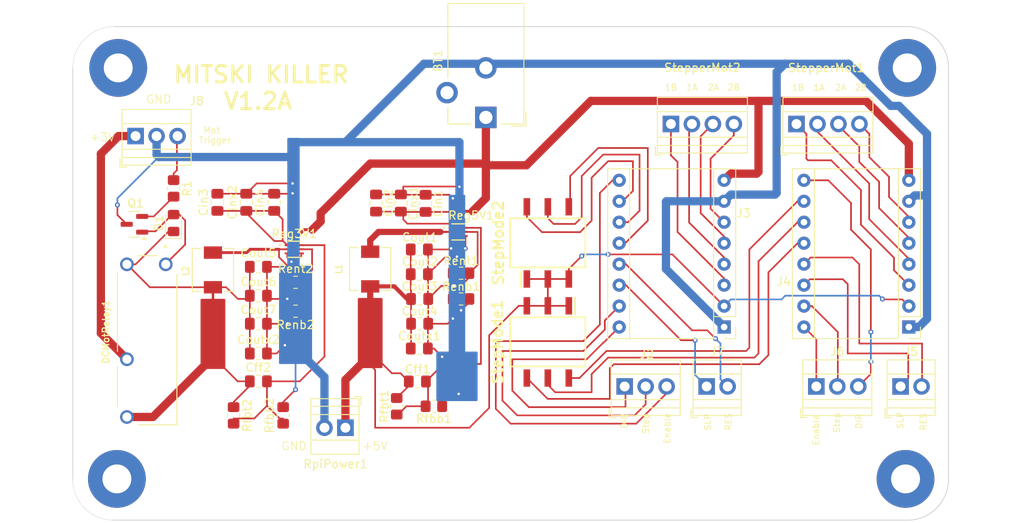
<source format=kicad_pcb>
(kicad_pcb (version 20240108) (generator "pcbnew") (generator_version "8.0")
  (layers (0 "F.Cu" signal) (31 "B.Cu" signal) (34 "B.Paste" user) (35 "F.Paste" user) (36 "B.SilkS" user "B.Silkscreen") (37 "F.SilkS" user "F.Silkscreen") (38 "B.Mask" user) (39 "F.Mask" user) (44 "Edge.Cuts" user))
  (net 0 "")
  (net 1 "GND")
  (net 2 "+12V")
  (net 3 "Net-(Reg5V1-FB)")
  (net 4 "Net-(Reg5V1-EN)")
  (net 5 "+5V")
  (net 6 "+3V")
  (net 7 "Net-(Reg3V1-FB)")
  (net 8 "Net-(Reg3V1-EN)")
  (net 9 "RPIO GPIO 17")
  (net 10 "RPIO GPIO 18")
  (net 11 "Net-(Reg5V1-SW)")
  (net 12 "Net-(Reg3V1-SW)")
  (net 13 "Net-(D1-A)")
  (net 14 "RPIO GPIO 24")
  (net 15 "RPIO GPIO 22")
  (net 16 "RPIO GPIO 23")
  (net 17 "RPIO GPIO 19")
  (net 18 "Net-(DCMotor1-+)")
  (net 19 "RPI GPIO 21")
  (net 20 "Net-(J3-MS3)")
  (net 21 "Net-(J3-1A)")
  (net 22 "Net-(J3-2A)")
  (net 23 "Net-(J3-~{SLEEP})")
  (net 24 "Net-(J3-MS1)")
  (net 25 "Net-(J3-~{RESET})")
  (net 26 "Net-(J3-2B)")
  (net 27 "Net-(J3-MS2)")
  (net 28 "Net-(J3-1B)")
  (net 29 "Net-(J4-MS3)")
  (net 30 "Net-(J4-2A)")
  (net 31 "Net-(J4-~{RESET})")
  (net 32 "Net-(J4-~{SLEEP})")
  (net 33 "Net-(J4-MS2)")
  (net 34 "Net-(J4-1A)")
  (net 35 "Net-(J4-MS1)")
  (net 36 "Net-(J4-1B)")
  (net 37 "Net-(J4-2B)")
  (net 38 "Net-(Q1-B)")
  (footprint "Capacitor_SMD:C_0805_2012Metric_Pad1.18x1.45mm_HandSolder" (layer "F.Cu") (at 101.4625 76.98)
    (property "Reference" "Cff2")
    (property "Value" "56pF")
  )
  (footprint "Capacitor_SMD:C_0805_2012Metric_Pad1.18x1.45mm_HandSolder" (layer "F.Cu") (at 96.5 55.2875 90)
    (property "Reference" "Cin3")
    (property "Value" "10uF")
  )
  (footprint "TerminalBlock:TerminalBlock_Xinya_XY308-2.54-2P_1x02_P2.54mm_Horizontal" (layer "F.Cu") (at 112 82.6 180)
    (property "Reference" "RpiPower1")
    (property "Value" "Conn_01x02")
  )
  (footprint "Connector_BarrelJack:BarrelJack_CUI_PJ-102AH_Horizontal" (layer "F.Cu") (at 129 45 180)
    (property "Reference" "BT1")
    (property "Value" "Battery")
  )
  (footprint "Capacitor_SMD:C_0805_2012Metric_Pad1.18x1.45mm_HandSolder" (layer "F.Cu") (at 120.7075 77)
    (property "Reference" "Cff1")
    (property "Value" "33pF")
  )
  (footprint "Resistor_SMD:R_0805_2012Metric_Pad1.20x1.40mm_HandSolder" (layer "F.Cu") (at 105.9625 64.98)
    (property "Reference" "Rent2")
    (property "Value" "100kOhm")
  )
  (footprint "Capacitor_SMD:C_0805_2012Metric_Pad1.18x1.45mm_HandSolder" (layer "F.Cu") (at 120.94375 61)
    (property "Reference" "Cout1")
    (property "Value" "22uF")
  )
  (footprint "TerminalBlock:TerminalBlock_Xinya_XY308-2.54-4P_1x04_P2.54mm_Horizontal" (layer "F.Cu") (at 166.6 45.8)
    (property "Reference" "StepperMot1")
    (property "Value" "Conn_01x04")
  )
  (footprint "CustomLibrary:SOT5x3_DRL_TEX" (layer "F.Cu") (at 125.6491 58.874999)
    (property "Reference" "Reg5V1")
    (property "Value" "TPS566242DRLR")
  )
  (footprint "CustomLibrary:IND_SPM5030T-2R2M-HZ" (layer "F.Cu") (at 95.9625 63.48 -90)
    (property "Reference" "L2")
    (property "Value" "SPM5030T-2R2M-HZ")
  )
  (footprint "Capacitor_SMD:C_0805_2012Metric_Pad1.18x1.45mm_HandSolder" (layer "F.Cu") (at 118.7075 55.375 90)
    (property "Reference" "Cinx1")
    (property "Value" "100nF")
  )
  (footprint "TerminalBlock:TerminalBlock_Xinya_XY308-2.54-2P_1x02_P2.54mm_Horizontal" (layer "F.Cu") (at 179.2 77.6)
    (property "Reference" "J5")
    (property "Value" "Conn_01x02")
  )
  (footprint "Resistor_SMD:R_0805_2012Metric_Pad1.20x1.40mm_HandSolder" (layer "F.Cu") (at 105.9625 68.48 180)
    (property "Reference" "Renb2")
    (property "Value" "15.8kOhm")
  )
  (footprint "DipSwitch-3Pin-219-3MST:SOP254P991X385-6N" (layer "F.Cu") (at 136.5 60.205 90)
    (property "Reference" "StepMode2")
    (property "Value" "219-3MST" (hide yes))
  )
  (footprint "Module:Pololu_Breakout-16_15.2x20.3mm" (layer "F.Cu") (at 180.2 70.4 180)
    (property "Reference" "J4")
    (property "Value" "Pololu_Breakout_A4988")
  )
  (footprint "TerminalBlock:TerminalBlock_Xinya_XY308-2.54-2P_1x02_P2.54mm_Horizontal" (layer "F.Cu") (at 155.725 77.6)
    (property "Reference" "J7")
    (property "Value" "Conn_01x02")
  )
  (footprint "Diode_SMD:D_0805_2012Metric_Pad1.15x1.40mm_HandSolder" (layer "F.Cu") (at 91.2 57.8 90)
    (property "Reference" "D1")
    (property "Value" "1N4001")
  )
  (footprint "Resistor_SMD:R_0805_2012Metric_Pad1.20x1.40mm_HandSolder" (layer "F.Cu") (at 126 63.875)
    (property "Reference" "Rent1")
    (property "Value" "100kOhm")
  )
  (footprint "Capacitor_SMD:C_0805_2012Metric_Pad1.18x1.45mm_HandSolder" (layer "F.Cu") (at 101.4625 70)
    (property "Reference" "Cout7")
    (property "Value" "22uF")
  )
  (footprint "Resistor_SMD:R_0805_2012Metric_Pad1.20x1.40mm_HandSolder" (layer "F.Cu") (at 91.2 53.6 -90)
    (property "Reference" "R1")
    (property "Value" "R_US")
  )
  (footprint "Resistor_SMD:R_0805_2012Metric_Pad1.20x1.40mm_HandSolder" (layer "F.Cu") (at 126 67)
    (property "Reference" "Renb1")
    (property "Value" "15.8kOhm")
  )
  (footprint "Resistor_SMD:R_0805_2012Metric_Pad1.20x1.40mm_HandSolder" (layer "F.Cu") (at 98.4625 81.105 -90)
    (property "Reference" "Rfbt2")
    (property "Value" "120kOhm")
  )
  (footprint "Capacitor_SMD:C_0805_2012Metric_Pad1.18x1.45mm_HandSolder" (layer "F.Cu") (at 100 55.2875 90)
    (property "Reference" "Cinx2")
    (property "Value" "100nF")
  )
  (footprint "Capacitor_SMD:C_0805_2012Metric_Pad1.18x1.45mm_HandSolder" (layer "F.Cu") (at 120.94375 64)
    (property "Reference" "Cout2")
    (property "Value" "22uF")
  )
  (footprint "Resistor_SMD:R_0805_2012Metric_Pad1.20x1.40mm_HandSolder" (layer "F.Cu") (at 104.4625 81.105 90)
    (property "Reference" "Rfbb2")
    (property "Value" "30kOhm")
  )
  (footprint "Module:Pololu_Breakout-16_15.2x20.3mm" (layer "F.Cu") (at 157.84 70.4 180)
    (property "Reference" "J3")
    (property "Value" "Pololu_Breakout_A4988")
  )
  (footprint "CustomLibrary:IND_SPM5030T-2R2M-HZ" (layer "F.Cu") (at 115 63.375 -90)
    (property "Reference" "L1")
    (property "Value" "SPM5030T-2R2M-HZ")
  )
  (footprint "Capacitor_SMD:C_0805_2012Metric_Pad1.18x1.45mm_HandSolder" (layer "F.Cu") (at 103.375 55.2875 90)
    (property "Reference" "Cin4")
    (property "Value" "10uF")
  )
  (footprint "DipSwitch-3Pin-219-3MST:SOP254P991X385-6N" (layer "F.Cu") (at 136.5 72.205 -90)
    (property "Reference" "StepMode1")
    (property "Value" "219-3MST" (hide yes))
  )
  (footprint "CustomLibrary:SOT5x3_DRL_TEX" (layer "F.Cu") (at 105.8134 60.98)
    (property "Reference" "Reg3V1")
    (property "Value" "TPS566242DRLR")
  )
  (footprint "Capacitor_SMD:C_0805_2012Metric_Pad1.18x1.45mm_HandSolder" (layer "F.Cu") (at 120.98125 70)
    (property "Reference" "Cout4")
    (property "Value" "22uF")
  )
  (footprint "TerminalBlock:TerminalBlock_Xinya_XY308-2.54-4P_1x04_P2.54mm_Horizontal" (layer "F.Cu") (at 151.4 45.8)
    (property "Reference" "StepperMot2")
    (property "Value" "Conn_01x04")
  )
  (footprint "Capacitor_SMD:C_0805_2012Metric_Pad1.18x1.45mm_HandSolder" (layer "F.Cu") (at 115.7075 55.375 90)
    (property "Reference" "Cin2")
    (property "Value" "10uF")
  )
  (footprint "Package_TO_SOT_SMD:SOT-23" (layer "F.Cu") (at 86.4625 57.95 180)
    (property "Reference" "Q1")
    (property "Value" "MMBT2222A")
  )
  (footprint "Capacitor_SMD:C_0805_2012Metric_Pad1.18x1.45mm_HandSolder" (layer "F.Cu") (at 101.4625 73.605)
    (property "Reference" "Coutx2")
    (property "Value" "100nF")
  )
  (footprint "MountingHole:MountingHole_3.5mm_Pad_TopBottom" (layer "F.Cu") (at 84.335534 88.8)
    (property "Reference" "REF**" (hide yes))
    (property "Value" "MountingHole_3.5mm_Pad_TopBottom")
  )
  (footprint "MountingHole:MountingHole_3.5mm_Pad_TopBottom" (layer "F.Cu") (at 84.5 39)
    (property "Reference" "REF**" (hide yes))
    (property "Value" "MountingHole_3.5mm_Pad_TopBottom")
  )
  (footprint "Capacitor_SMD:C_0805_2012Metric_Pad1.18x1.45mm_HandSolder" (layer "F.Cu") (at 120.98125 67)
    (property "Reference" "Cout3")
    (property "Value" "22uF")
  )
  (footprint "Capacitor_SMD:C_0805_2012Metric_Pad1.18x1.45mm_HandSolder" (layer "F.Cu") (at 101.4625 63.105)
    (property "Reference" "Cout5")
    (property "Value" "22uF")
  )
  (footprint "Capacitor_SMD:C_0805_2012Metric_Pad1.18x1.45mm_HandSolder" (layer "F.Cu") (at 120.94375 73)
    (property "Reference" "Coutx1")
    (property "Value" "100nF")
  )
  (footprint "TerminalBlock:TerminalBlock_Xinya_XY308-2.54-3P_1x03_P2.54mm_Horizontal" (layer "F.Cu") (at 86.6 47.26)
    (property "Reference" "J8")
    (property "Value" "Conn_01x03")
  )
  (footprint "Capacitor_SMD:C_0805_2012Metric_Pad1.18x1.45mm_HandSolder" (layer "F.Cu") (at 121.7075 55.4125 90)
    (property "Reference" "Cin1")
    (property "Value" "10uF")
  )
  (footprint "TerminalBlock:TerminalBlock_Xinya_XY308-2.54-3P_1x03_P2.54mm_Horizontal" (layer "F.Cu") (at 169 77.6)
    (property "Reference" "J6")
    (property "Value" "Conn_01x03")
  )
  (footprint "MountingHole:MountingHole_3.5mm_Pad_TopBottom" (layer "F.Cu") (at 180 39)
    (property "Reference" "REF**" (hide yes))
    (property "Value" "MountingHole_3.5mm_Pad_TopBottom")
  )
  (footprint "Capacitor_SMD:C_0805_2012Metric_Pad1.18x1.45mm_HandSolder" (layer "F.Cu") (at 101.4625 66.605)
    (property "Reference" "Cout6")
    (property "Value" "22uF")
  )
  (footprint "TerminalBlock:TerminalBlock_Xinya_XY308-2.54-3P_1x03_P2.54mm_Horizontal" (layer "F.Cu") (at 145.8 77.6)
    (property "Reference" "J2")
    (property "Value" "Conn_01x03")
  )
  (footprint "ALDP105W:RELAY_ALDP105W" (layer "F.Cu") (at 88 72 -90)
    (property "Reference" "DCMotRelay1")
    (property "Value" "ALDP105W")
  )
  (footprint "Resistor_SMD:R_0805_2012Metric_Pad1.20x1.40mm_HandSolder" (layer "F.Cu") (at 122.7075 80)
    (property "Reference" "Rfbb1")
    (property "Value" "30kOhm")
  )
  (footprint "Resistor_SMD:R_0805_2012Metric_Pad1.20x1.40mm_HandSolder" (layer "F.Cu") (at 118.2075 80 -90)
    (property "Reference" "Rfbt1")
    (property "Value" "220kOhm")
  )
  (footprint "MountingHole:MountingHole_3.5mm_Pad_TopBottom" (layer "F.Cu") (at 179.8 88.8)
    (property "Reference" "REF**" (hide yes))
    (property "Value" "MountingHole_3.5mm_Pad_TopBottom")
  )
  (gr_arc (start 180 34) (mid 183.535534 35.464466) (end 185 39) (stroke (width 0.1)) (layer "Edge.Cuts"))
  (gr_line (start 185 39) (end 185 88.864466) (stroke (width 0.1)) (layer "Edge.Cuts"))
  (gr_arc (start 79 39) (mid 80.464466 35.464466) (end 84 34) (stroke (width 0.05)) (layer "Edge.Cuts"))
  (gr_line (start 84 34) (end 180 34) (stroke (width 0.1)) (layer "Edge.Cuts"))
  (gr_line (start 79 88.8) (end 79 39) (stroke (width 0.1)) (layer "Edge.Cuts"))
  (gr_arc (start 185 88.864466) (mid 183.522183 92.367767) (end 180 93.8) (stroke (width 0.1)) (layer "Edge.Cuts"))
  (gr_arc (start 83.8 93.8) (mid 80.364466 92.294113) (end 79 88.8) (stroke (width 0.05)) (layer "Edge.Cuts"))
  (gr_line (start 180 93.8) (end 83.8 93.8) (stroke (width 0.1)) (layer "Edge.Cuts"))
  (gr_text "2A" (at 171.19 41.82 0) (layer "F.SilkS") (effects (font (size 0.75 0.75) (thickness 0.1)) (justify left bottom)))
  (gr_text "SLP" (at 156.3 83 90) (layer "F.SilkS") (effects (font (size 0.75 0.75) (thickness 0.1)) (justify left bottom)))
  (gr_text "DIR" (at 146.2 82.8 90) (layer "F.SilkS") (effects (font (size 0.75 0.75) (thickness 0.1)) (justify left bottom)))
  (gr_text "+5V" (at 114 85.4 0) (layer "F.SilkS") (effects (font (size 1 1) (thickness 0.1)) (justify left bottom)))
  (gr_text "Enable" (at 169.4 84.8 90) (layer "F.SilkS") (effects (font (size 0.75 0.75) (thickness 0.1)) (justify left bottom)))
  (gr_text "Step\n" (at 171.9 83.3 90) (layer "F.SilkS") (effects (font (size 0.75 0.75) (thickness 0.1)) (justify left bottom)))
  (gr_text "RES" (at 158.8 83 90) (layer "F.SilkS") (effects (font (size 0.75 0.75) (thickness 0.1)) (justify left bottom)))
  (gr_text "1A\n" (at 168.59 41.82 0) (layer "F.SilkS") (effects (font (size 0.75 0.75) (thickness 0.1)) (justify left bottom)))
  (gr_text "1B" (at 150.6 41.8 0) (layer "F.SilkS") (effects (font (size 0.75 0.75) (thickness 0.1)) (justify left bottom)))
  (gr_text "Step\n" (at 148.8 83.4 90) (layer "F.SilkS") (effects (font (size 0.75 0.75) (thickness 0.1)) (justify left bottom)))
  (gr_text "1B" (at 165.99 41.82 0) (layer "F.SilkS") (effects (font (size 0.75 0.75) (thickness 0.1)) (justify left bottom)))
  (gr_text "RES" (at 182.4 83 90) (layer "F.SilkS") (effects (font (size 0.75 0.75) (thickness 0.1)) (justify left bottom)))
  (gr_text "GND" (at 87.8 43.4 0) (layer "F.SilkS") (effects (font (size 1 1) (thickness 0.1)) (justify left bottom)))
  (gr_text "DIR" (at 174.6 82.8 90) (layer "F.SilkS") (effects (font (size 0.75 0.75) (thickness 0.1)) (justify left bottom)))
  (gr_text "GND" (at 104.2 85.4 0) (layer "F.SilkS") (effects (font (size 1 1) (thickness 0.1)) (justify left bottom)))
  (gr_text "2B\n" (at 158.2 41.8 0) (layer "F.SilkS") (effects (font (size 0.75 0.75) (thickness 0.1)) (justify left bottom)))
  (gr_text "1A\n" (at 153.2 41.8 0) (layer "F.SilkS") (effects (font (size 0.75 0.75) (thickness 0.1)) (justify left bottom)))
  (gr_text "+3V" (at 81 48 0) (layer "F.SilkS") (effects (font (size 1 1) (thickness 0.1)) (justify left bottom)))
  (gr_text "Enable" (at 151.4 84.6 90) (layer "F.SilkS") (effects (font (size 0.75 0.75) (thickness 0.1)) (justify left bottom)))
  (gr_text "2B\n" (at 173.59 41.82 0) (layer "F.SilkS") (effects (font (size 0.75 0.75) (thickness 0.1)) (justify left bottom)))
  (gr_text " Mot \nTrigger" (at 94.2 48.2 0) (layer "F.SilkS") (effects (font (size 0.75 0.75) (thickness 0.1)) (justify left bottom)))
  (gr_text "MITSKI KILLER \n    V1.2A" (at 91 44.2 0) (layer "F.SilkS") (effects (font (size 2 2) (thickness 0.35) (bold yes)) (justify left bottom)))
  (gr_text "2A" (at 155.8 41.8 0) (layer "F.SilkS") (effects (font (size 0.75 0.75) (thickness 0.1)) (justify left bottom)))
  (gr_text "SLP" (at 179.6 82.8 90) (layer "F.SilkS") (effects (font (size 0.75 0.75) (thickness 0.1)) (justify left bottom)))
  (segment (start 121.98125 73) (end 122.7075 73) (width 0.2) (layer "F.Cu") (net 1))
  (segment (start 126.5 59.374998) (end 126.5 60.875) (width 0.25) (layer "F.Cu") (net 1))
  (segment (start 119 54.3375) (end 119.4625 54.3375) (width 0.2) (layer "F.Cu") (net 1))
  (segment (start 103.67 73.605) (end 104.67 72.605) (width 0.2) (layer "F.Cu") (net 1))
  (segment (start 124.7982 60.875) (end 124.7982 59.374998) (width 0.25) (layer "F.Cu") (net 1))
  (segment (start 104.9625 61.98) (end 105.4625 62.48) (width 0.2) (layer "F.Cu") (net 1))
  (segment (start 97 54.25) (end 100 54.25) (width 0.2) (layer "F.Cu") (net 1))
  (segment (start 104.9625 61.479999) (end 104.9625 61.98) (width 0.2) (layer "F.Cu") (net 1))
  (segment (start 104.9425 70) (end 104.9625 69.98) (width 0.2) (layer "F.Cu") (net 1))
  (segment (start 104.9525 66.99) (end 104.9625 66.98) (width 0.2) (layer "F.Cu") (net 1))
  (segment (start 102.5 63.105) (end 102.5 66.99) (width 0.2) (layer "F.Cu") (net 1))
  (segment (start 102.5 66.99) (end 102.5 70) (width 0.2) (layer "F.Cu") (net 1))
  (segment (start 122.01875 67.5) (end 122.01875 70) (width 0.2) (layer "F.Cu") (net 1))
  (segment (start 124.375 70) (end 125 69.375) (width 0.2) (layer "F.Cu") (net 1))
  (segment (start 122.7075 73) (end 123.7075 74) (width 0.2) (layer "F.Cu") (net 1))
  (segment (start 125.5 61.875) (end 124.10625 61.875) (width 0.2) (layer "F.Cu") (net 1))
  (segment (start 121.98125 70.0375) (end 122.01875 70) (width 0.2) (layer "F.Cu") (net 1))
  (segment (start 102.5 73.605) (end 103.67 73.605) (width 0.2) (layer "F.Cu") (net 1))
  (segment (start 119.5 54.375) (end 121.5 54.375) (width 0.2) (layer "F.Cu") (net 1))
  (segment (start 122.01875 70) (end 124.375 70) (width 0.2) (layer "F.Cu") (net 1))
  (segment (start 116.49 54.3375) (end 119 54.3375) (width 0.2) (layer "F.Cu") (net 1))
  (segment (start 103.375 54.25) (end 105.55 54.25) (width 0.2) (layer "F.Cu") (net 1))
  (segment (start 124.10625 61.875) (end 121.98125 64) (width 0.2) (layer "F.Cu") (net 1))
  (segment (start 124.375 78.5) (end 123.7075 79.1675) (width 0.2) (layer "F.Cu") (net 1))
  (segment (start 125 54.8) (end 124.575 54.375) (width 0.2) (layer "F.Cu") (net 1))
  (segment (start 102.5 70) (end 104.9425 70) (width 0.2) (layer "F.Cu") (net 1))
  (segment (start 121.98125 72.5) (end 121.98125 70.0375) (width 0.2) (layer "F.Cu") (net 1))
  (segment (start 121.98125 61) (end 121.98125 64) (width 0.2) (layer "F.Cu") (net 1))
  (segment (start 119.4625 54.3375) (end 119.5 54.375) (width 0.2) (layer "F.Cu") (net 1))
  (segment (start 104.3625 63.29989) (end 104.16761 63.105) (width 0.2) (layer "F.Cu") (net 1))
  (segment (start 121.98125 66.9625) (end 122.01875 67) (width 0.2) (layer "F.Cu") (net 1))
  (segment (start 106.6643 61.7782) (end 106.6643 61.479999) (width 0.2) (layer "F.Cu") (net 1))
  (segment (start 121.98125 64) (end 121.98125 66.9625) (width 0.2) (layer "F.Cu") (net 1))
  (segment (start 125.7075 78.5) (end 124.375 78.5) (width 0.2) (layer "F.Cu") (net 1))
  (segment (start 104.16761 63.105) (end 102.5 63.105) (width 0.2) (layer "F.Cu") (net 1))
  (segment (start 121.98125 64) (end 121.98125 67.4625) (width 0.2) (layer "F.Cu") (net 1))
  (segment (start 105.55 54.25) (end 105.6 54.2) (width 0.2) (layer "F.Cu") (net 1))
  (segment (start 104.9625 67.98) (end 104.9625 66.98) (width 0.2) (layer "F.Cu") (net 1))
  (segment (start 104.4625 79.48) (end 105.9625 77.98) (width 0.2) (layer "F.Cu") (net 1))
  (segment (start 84.4 55.6) (end 84.4 56.825) (width 0.2) (layer "F.Cu") (net 1))
  (segment (start 125.775 53.375) (end 119 53.375) (width 0.2) (layer "F.Cu") (net 1))
  (segment (start 119 53.375) (end 119 54.3375) (width 0.2) (layer "F.Cu") (net 1))
  (segment (start 122.01875 67) (end 123.609265 65.409485) (width 0.2) (layer "F.Cu") (net 1))
  (segment (start 105.9625 62.48) (end 105.4625 62.48) (width 0.2) (layer "F.Cu") (net 1))
  (segment (start 123.609265 65.409485) (end 125.116985 65.409485) (width 0.2) (layer "F.Cu") (net 1))
  (segment (start 102.5 73.01) (end 102.5 70) (width 0.2) (layer "F.Cu") (net 1))
  (segment (start 102.5 66.99) (end 104.9525 66.99) (width 0.2) (layer "F.Cu") (net 1))
  (segment (start 121.98125 61) (end 124.6732 61) (width 0.2) (layer "F.Cu") (net 1))
  (segment (start 123.7075 79.1675) (end 123.7075 80) (width 0.2) (layer "F.Cu") (net 1))
  (segment (start 125.8 53.4) (end 125.775 53.375) (width 0.2) (layer "F.Cu") (net 1))
  (segment (start 127 67.375) (end 126 68.375) (width 0.2) (layer "F.Cu") (net 1))
  (segment (start 101.25 53) (end 101.6 53) (width 0.2) (layer "F.Cu") (net 1))
  (segment (start 103.375 54.25) (end 100 54.25) (width 0.2) (layer "F.Cu") (net 1))
  (segment (start 124.6732 61) (end 124.7982 60.875) (width 0.2) (layer "F.Cu") (net 1))
  (segment (start 121.98125 67.4625) (end 122.01875 67.5) (width 0.2) (layer "F.Cu") (net 1))
  (segment (start 105.9625 62.48) (end 106.6643 61.7782) (width 0.2) (layer "F.Cu") (net 1))
  (segment (start 127 66.375) (end 127 67.375) (width 0.2) (layer "F.Cu") (net 1))
  (segment (start 100 54.25) (end 101.25 53) (width 0.2) (layer "F.Cu") (net 1))
  (segment (start 124.575 54.375) (end 121.7075 54.375) (width 0.2) (layer "F.Cu") (net 1))
  (segment (start 84.4 56.825) (end 85.525 57.95) (width 0.2) (layer "F.Cu") (net 1))
  (segment (start 101.6 53) (end 105.6 53) (width 0.2) (layer "F.Cu") (net 1))
  (via (at 123.7075 74) (size 0.6) (drill 0.3) (layers "F.Cu" "B.Cu") (net 1))
  (via (at 84.4 55.6) (size 0.6) (drill 0.3) (layers "F.Cu" "B.Cu") (net 1))
  (via (at 124.7982 60.875) (size 0.6) (drill 0.3) (layers "F.Cu" "B.Cu") (net 1))
  (via (at 125.116985 65.409485) (size 0.6) (drill 0.3) (layers "F.Cu" "B.Cu") (net 1))
  (via (at 125 54.8) (size 0.6) (drill 0.3) (layers "F.Cu" "B.Cu") (net 1))
  (via (at 105.9625 77.98) (size 0.6) (drill 0.3) (layers "F.Cu" "B.Cu") (net 1))
  (via (at 104.67 72.605) (size 0.6) (drill 0.3) (layers "F.Cu" "B.Cu") (net 1))
  (via (at 126 68.375) (size 0.6) (drill 0.3) (layers "F.Cu" "B.Cu") (net 1))
  (via (at 126.5 60.875) (size 0.6) (drill 0.3) (layers "F.Cu" "B.Cu") (net 1))
  (via (at 105.6 53) (size 0.6) (drill 0.3) (layers "F.Cu" "B.Cu") (net 1))
  (via (at 104.9625 69.98) (size 0.6) (drill 0.3) (layers "F.Cu" "B.Cu") (net 1))
  (via (at 125.5 61.875) (size 0.6) (drill 0.3) (layers "F.Cu" "B.Cu") (net 1))
  (via (at 125.8 53.4) (size 0.6) (drill 0.3) (layers "F.Cu" "B.Cu") (net 1))
  (via (at 105.4625 62.48) (size 0.6) (drill 0.3) (layers "F.Cu" "B.Cu") (net 1))
  (via (at 104.3625 63.29989) (size 0.6) (drill 0.3) (layers "F.Cu" "B.Cu") (net 1))
  (via (at 125.7075 78.5) (size 0.6) (drill 0.3) (layers "F.Cu" "B.Cu") (net 1))
  (via (at 104.9625 66.98) (size 0.6) (drill 0.3) (layers "F.Cu" "B.Cu") (net 1))
  (via (at 105.6 54.2) (size 0.6) (drill 0.3) (layers "F.Cu" "B.Cu") (net 1))
  (via (at 125 69.375) (size 0.6) (drill 0.3) (layers "F.Cu" "B.Cu") (net 1))
  (segment (start 112 48) (end 121.5 38.5) (width 1) (layer "B.Cu") (net 1))
  (segment (start 182.4 47) (end 182.4 69.4) (width 1) (layer "B.Cu") (net 1))
  (segment (start 164.2 39.5) (end 164.2 54.155) (width 1) (layer "B.Cu") (net 1))
  (segment (start 109.46 76.46) (end 107.4 74.4) (width 1) (layer "B.Cu") (net 1))
  (segment (start 164.2 54.155) (end 164 54.355) (width 1) (layer "B.Cu") (net 1))
  (segment (start 157.84 55.16) (end 150.845 55.16) (width 1) (layer "B.Cu") (net 1))
  (segment (start 180.91 54.45) (end 180.2 55.16) (width 1) (layer "B.Cu") (net 1))
  (segment (start 158.645 54.355) (end 157.84 55.16) (width 1) (layer "B.Cu") (net 1))
  (segment (start 89.14 50.06) (end 84.4 54.8) (width 0.2) (layer "B.Cu") (net 1))
  (segment (start 179 43.6) (end 182.4 47) (width 1) (layer "B.Cu") (net 1))
  (segment (start 89.14 49.54) (end 89.4 49.8) (width 1) (layer "B.Cu") (net 1))
  (segment (start 182.4 69.4) (end 181.4 70.4) (width 1) (layer "B.Cu") (net 1))
  (segment (start 165.2 38.5) (end 172.9 38.5) (width 1) (layer "B.Cu") (net 1))
  (segment (start 89.14 47.26) (end 89.14 50.06) (width 0.2) (layer "B.Cu") (net 1))
  (segment (start 121.5 38.5) (end 165.2 38.5) (width 1) (layer "B.Cu") (net 1))
  (segment (start 165.2 38.5) (end 164.2 39.5) (width 1) (layer "B.Cu") (net 1))
  (segment (start 89.4 49.8) (end 105.6 49.8) (width 1) (layer "B.Cu") (net 1))
  (segment (start 172.9 38.5) (end 178 43.6) (width 1) (layer "B.Cu") (net 1))
  (segment (start 164 54.355) (end 158.645 54.355) (width 1) (layer "B.Cu") (net 1))
  (segment (start 112 48) (end 125.8 48) (width 1) (layer "B.Cu") (net 1))
  (segment (start 125.8 48) (end 125.8 55.8) (width 1) (layer "B.Cu") (net 1))
  (segment (start 84.4 54.8) (end 84.4 55.6) (width 0.2) (layer "B.Cu") (net 1))
  (segment (start 150.8 63.36) (end 157.84 70.4) (width 1) (layer "B.Cu") (net 1))
  (segment (start 150.8 55.205) (end 150.8 63.36) (width 1) (layer "B.Cu") (net 1))
  (segment (start 178 43.6) (end 179 43.6) (width 1) (layer "B.Cu") (net 1))
  (segment (start 112 48) (end 105.5 48) (width 1) (layer "B.Cu") (net 1))
  (segment (start 89.14 47.26) (end 89.14 49.54) (width 1) (layer "B.Cu") (net 1))
  (segment (start 105.9625 72.48) (end 105.9625 77.98) (width 0.2) (layer "B.Cu") (net 1))
  (segment (start 109.46 82.6) (end 109.46 76.46) (width 1) (layer "B.Cu") (net 1))
  (segment (start 182.35 54.45) (end 180.91 54.45) (width 1) (layer "B.Cu") (net 1))
  (segment (start 181.4 70.4) (end 180.2 70.4) (width 1) (layer "B.Cu") (net 1))
  (segment (start 150.845 55.16) (end 150.8 55.205) (width 1) (layer "B.Cu") (net 1))
  (segment (start 109 56.6) (end 109 57.6) (width 1) (layer "F.Cu") (net 2))
  (segment (start 121.5 56.45) (end 119.0375 56.45) (width 0.2) (layer "F.Cu") (net 2))
  (segment (start 119.5 57.875) (end 119 57.375) (width 0.2) (layer "F.Cu") (net 2))
  (segment (start 125.3357 57.1357) (end 124.7982 57.6732) (width 0.35) (layer "F.Cu") (net 2))
  (segment (start 107 58.6) (end 108 58.6) (width 0.35) (layer "F.Cu") (net 2))
  (segment (start 161.785 51.815) (end 158.645 51.815) (width 1) (layer "F.Cu") (net 2))
  (segment (start 180.2 52.62) (end 180.2 48.2) (width 1) (layer "F.Cu") (net 2))
  (segment (start 103.3875 59.98) (end 104.4625 59.98) (width 0.2) (layer "F.Cu") (net 2))
  (segment (start 103.375 56.325) (end 100 56.325) (width 0.2) (layer "F.Cu") (net 2))
  (segment (start 105.119999 60.480001) (end 105.4 60.2) (width 0.25) (layer "F.Cu") (net 2))
  (segment (start 100 56.5925) (end 103.3875 59.98) (width 0.2) (layer "F.Cu") (net 2))
  (segment (start 104.9625 60.480001) (end 105.119999 60.480001) (width 0.2) (layer "F.Cu") (net 2))
  (segment (start 119 57.375) (end 119 56.4125) (width 0.2) (layer "F.Cu") (net 2))
  (segment (start 119.0375 56.45) (end 119 56.4125) (width 0.2) (layer "F.Cu") (net 2))
  (segment (start 141.705 43) (end 133.905 50.8) (width 1) (layer "F.Cu") (net 2))
  (segment (start 129 54.775) (end 129 45) (width 1) (layer "F.Cu") (net 2))
  (segment (start 103.375 56.325) (end 104.4 57.35) (width 0.2) (layer "F.Cu") (net 2))
  (segment (start 124.7982 58.375) (end 124.7982 57.6732) (width 0.25) (layer "F.Cu") (net 2))
  (segment (start 124.65 56.45) (end 125.3357 57.1357) (width 0.2) (layer "F.Cu") (net 2))
  (segment (start 100 56.325) (end 100 56.5925) (width 0.2) (layer "F.Cu") (net 2))
  (segment (start 121.7075 56.45) (end 124.65 56.45) (width 0.2) (layer "F.Cu") (net 2))
  (segment (start 180.2 48.2) (end 175 43) (width 1) (layer "F.Cu") (net 2))
  (segment (start 124.5964 57.875) (end 124.7982 57.6732) (width 0.2) (layer "F.Cu") (net 2))
  (segment (start 104.4625 59.98) (end 104.4625 59.980001) (width 0.2) (layer "F.Cu") (net 2))
  (segment (start 109 57.6) (end 108 58.6) (width 1) (layer "F.Cu") (net 2))
  (segment (start 162 51.6) (end 161.785 51.815) (width 1) (layer "F.Cu") (net 2))
  (segment (start 133.905 50.8) (end 129.2 50.8) (width 1) (layer "F.Cu") (net 2))
  (segment (start 127.4 56.375) (end 129 54.775) (width 1) (layer "F.Cu") (net 2))
  (segment (start 104.4 57.35) (end 104.4 59.9175) (width 0.2) (layer "F.Cu") (net 2))
  (segment (start 97 56.325) (end 100 56.325) (width 0.2) (layer "F.Cu") (net 2))
  (segment (start 119.5 57.875) (end 124.5964 57.875) (width 0.2) (layer "F.Cu") (net 2))
  (segment (start 115 50.6) (end 109 56.6) (width 1) (layer "F.Cu") (net 2))
  (segment (start 129 50.6) (end 115 50.6) (width 1) (layer "F.Cu") (net 2))
  (segment (start 104.4 59.9175) (end 104.4625 59.98) (width 0.2) (layer "F.Cu") (net 2))
  (segment (start 126.0964 56.375) (end 125.3357 57.1357) (width 0.35) (layer "F.Cu") (net 2))
  (segment (start 105.4 60.2) (end 107 58.6) (width 0.35) (layer "F.Cu") (net 2))
  (segment (start 175 43) (end 141.705 43) (width 1) (layer "F.Cu") (net 2))
  (segment (start 158.645 51.815) (end 157.84 52.62) (width 1) (layer "F.Cu") (net 2))
  (segment (start 116.49 56.4125) (end 119 56.4125) (width 0.2) (layer "F.Cu") (net 2))
  (segment (start 104.4625 59.980001) (end 104.9625 60.480001) (width 0.2) (layer "F.Cu") (net 2))
  (segment (start 127.4 56.375) (end 126.0964 56.375) (width 0.35) (layer "F.Cu") (net 2))
  (segment (start 162 43) (end 162 51.6) (width 1) (layer "F.Cu") (net 2))
  (segment (start 129.2 50.8) (end 129 50.6) (width 1) (layer "F.Cu") (net 2))
  (segment (start 121.7075 80) (end 122 79.7075) (width 0.2) (layer "F.Cu") (net 3))
  (segment (start 119.375 80) (end 121.7075 80) (width 0.2) (layer "F.Cu") (net 3))
  (segment (start 122 79.7075) (end 122 77.255) (width 0.2) (layer "F.Cu") (net 3))
  (segment (start 118.2075 81) (end 118.375 81) (width 0.2) (layer "F.Cu") (net 3))
  (segment (start 128.4 58.375) (end 128.4 74.875) (width 0.2) (layer "F.Cu") (net 3))
  (segment (start 122 77.255) (end 121.745 77) (width 0.2) (layer "F.Cu") (net 3))
  (segment (start 118.375 81) (end 119.375 80) (width 0.2) (layer "F.Cu") (net 3))
  (segment (start 126.5 58.375) (end 128.4 58.375) (width 0.2) (layer "F.Cu") (net 3))
  (segment (start 128.4 74.875) (end 123.87 74.875) (width 0.2) (layer "F.Cu") (net 3))
  (segment (start 123.87 74.875) (end 121.745 77) (width 0.2) (layer "F.Cu") (net 3))
  (segment (start 128 58.875) (end 127.999999 58.874999) (width 0.2) (layer "F.Cu") (net 4))
  (segment (start 125 66.375) (end 127 64.375) (width 0.2) (layer "F.Cu") (net 4))
  (segment (start 128 62.875) (end 128 58.875) (width 0.2) (layer "F.Cu") (net 4))
  (segment (start 127 63.875) (end 128 62.875) (width 0.2) (layer "F.Cu") (net 4))
  (segment (start 127.999999 58.874999) (end 126.5 58.874999) (width 0.2) (layer "F.Cu") (net 4))
  (segment (start 127 64.375) (end 127 63.875) (width 0.2) (layer "F.Cu") (net 4))
  (segment (start 119.90625 61.35375) (end 119.90625 65) (width 0.2) (layer "F.Cu") (net 5))
  (segment (start 133.96 64.58) (end 136.5 64.58) (width 0.2) (layer "F.Cu") (net 5))
  (segment (start 118.67 76) (end 117.625 76) (width 0.2) (layer "F.Cu") (net 5))
  (segment (start 119.90625 65) (end 119.90625 65.925) (width 0.2) (layer "F.Cu") (net 5))
  (segment (start 127 82.6) (end 115.6 82.6) (width 0.2) (layer "F.Cu") (net 5))
  (segment (start 119.67 77) (end 118.67 76) (width 0.2) (layer "F.Cu") (net 5))
  (segment (start 117.91875 65.475) (end 115 65.475) (width 0.5) (layer "F.Cu") (net 5))
  (segment (start 136.5 64.58) (end 136.5 67.83) (width 0.2) (layer "F.Cu") (net 5))
  (segment (start 119.94375 67.5) (end 117.91875 65.475) (width 0.5) (layer "F.Cu") (net 5))
  (segment (start 179.395 67.055) (end 180.2 67.86) (width 0.2) (layer "F.Cu") (net 5))
  (segment (start 129.4 71.4) (end 129.4 80.2) (width 0.2) (layer "F.Cu") (net 5))
  (segment (start 119.94375 72.4625) (end 119.90625 72.5) (width 0.2) (layer "F.Cu") (net 5))
  (segment (start 119.94375 65.9625) (end 119.94375 67.5) (width 0.2) (layer "F.Cu") (net 5))
  (segment (start 119.94375 67.5) (end 119.48125 67.0375) (width 0.2) (layer "F.Cu") (net 5))
  (segment (start 112 76.8) (end 114 74.8) (width 1) (layer "F.Cu") (net 5))
  (segment (start 119.67 77.5375) (end 119.67 77) (width 0.2) (layer "F.Cu") (net 5))
  (segment (start 115.6 75.6) (end 115 75) (width 0.2) (layer "F.Cu") (net 5))
  (segment (start 119.90625 65.925) (end 119.94375 65.9625) (width 0.2) (layer "F.Cu") (net 5))
  (segment (start 119.48125 67.0375) (end 119.48125 66.39375) (width 0.2) (layer "F.Cu") (net 5))
  (segment (start 139.04 63.36) (end 139.04 64.58) (width 0.2) (layer "F.Cu") (net 5))
  (segment (start 177.055 67.055) (end 179.395 67.055) (width 0.2) (layer "F.Cu") (net 5))
  (segment (start 129.4 80.2) (end 127 82.6) (width 0.2) (layer "F.Cu") (net 5))
  (segment (start 143.8 61.6) (end 151.58 61.6) (width 0.2) (layer "F.Cu") (net 5))
  (segment (start 133.96 67.83) (end 132.97 67.83) (width 0.2) (layer "F.Cu") (net 5))
  (segment (start 117.625 76) (end 115.5 73.875) (width 0.2) (layer "F.Cu") (net 5))
  (segment (start 115.6 82.6) (end 115.6 75.6) (width 0.2) (layer "F.Cu") (net 5))
  (segment (start 112 82.6) (end 112 76.8) (width 1) (layer "F.Cu") (net 5))
  (segment (start 139.04 67.83) (end 136.5 67.83) (width 0.2) (layer "F.Cu") (net 5))
  (segment (start 132.97 67.83) (end 129.4 71.4) (width 0.2) (layer "F.Cu") (net 5))
  (segment (start 151.58 61.6) (end 157.84 67.86) (width 0.2) (layer "F.Cu") (net 5))
  (segment (start 177 67) (end 177.055 67.055) (width 0.2) (layer "F.Cu") (net 5))
  (segment (start 115 65.475) (end 115 67.375) (width 0.75) (layer "F.Cu") (net 5))
  (segment (start 119.94375 67.5) (end 119.94375 70) (width 0.2) (layer "F.Cu") (net 5))
  (segment (start 139.04 64.58) (end 136.5 64.58) (width 0.2) (layer "F.Cu") (net 5))
  (segment (start 140.6 61.8) (end 139.04 63.36) (width 0.2) (layer "F.Cu") (net 5))
  (segment (start 118.2075 79) (end 119.67 77.5375) (width 0.2) (layer "F.Cu") (net 5))
  (segment (start 133.96 67.83) (end 136.5 67.83) (width 0.2) (layer "F.Cu") (net 5))
  (segment (start 119.94375 70) (end 119.94375 72.4625) (width 0.2) (layer "F.Cu") (net 5))
  (via (at 177 67) (size 0.6) (drill 0.3) (layers "F.Cu" "B.Cu") (net 5))
  (via (at 143.8 61.6) (size 0.6) (drill 0.3) (layers "F.Cu" "B.Cu") (net 5))
  (via (at 140.6 61.8) (size 0.6) (drill 0.3) (layers "F.Cu" "B.Cu") (net 5))
  (segment (start 177 67) (end 176.6 66.6) (width 0.2) (layer "B.Cu") (net 5))
  (segment (start 176.6 66.6) (end 165.24 66.6) (width 0.2) (layer "B.Cu") (net 5))
  (segment (start 164.785 67.055) (end 158.645 67.055) (width 0.2) (layer "B.Cu") (net 5))
  (segment (start 140.8 61.6) (end 143.8 61.6) (width 0.2) (layer "B.Cu") (net 5))
  (segment (start 158.645 67.055) (end 157.84 67.86) (width 0.2) (layer "B.Cu") (net 5))
  (segment (start 165.24 66.6) (end 164.785 67.055) (width 0.2) (layer "B.Cu") (net 5))
  (segment (start 140.6 61.8) (end 140.8 61.6) (width 0.2) (layer "B.Cu") (net 5))
  (segment (start 88.33 65.58) (end 85.55 62.8) (width 0.2) (layer "F.Cu") (net 6))
  (segment (start 98.4625 79.48) (end 100.425 77.5175) (width 0.2) (layer "F.Cu") (net 6))
  (segment (start 100.425 66.99) (end 98.9725 66.99) (width 0.2) (layer "F.Cu") (net 6))
  (segment (start 100.425 70) (end 100.425 66.99) (width 0.2) (layer "F.Cu") (net 6))
  (segment (start 88.7 81.3) (end 95.4 74.6) (width 1) (layer "F.Cu") (net 6))
  (segment (start 95.9625 65.58) (end 95.9625 67.48) (width 0.3) (layer "F.Cu") (net 6))
  (segment (start 85.55 62.8) (end 86.6 62.8) (width 0.2) (layer "F.Cu") (net 6))
  (segment (start 98.9725 66.99) (end 97.5625 65.58) (width 0.2) (layer "F.Cu") (net 6))
  (segment (start 90.575 58.825) (end 91.2 58.825) (width 0.2) (layer "F.Cu") (net 6))
  (segment (start 100.425 73.01) (end 100.425 70) (width 0.2) (layer "F.Cu") (net 6))
  (segment (start 95.9625 65.58) (end 88.33 65.58) (width 0.2) (layer "F.Cu") (net 6))
  (segment (start 100.425 76.98) (end 98.9625 76.98) (width 0.2) (layer "F.Cu") (net 6))
  (segment (start 100.425 63.105) (end 100.425 66.99) (width 0.2) (layer "F.Cu") (net 6))
  (segment (start 98.9625 76.98) (end 96.9625 74.98) (width 0.2) (layer "F.Cu") (net 6))
  (segment (start 100.425 77.5175) (end 100.425 76.98) (width 0.2) (layer "F.Cu") (net 6))
  (segment (start 86.6 62.8) (end 90.575 58.825) (width 0.2) (layer "F.Cu") (net 6))
  (segment (start 97.5625 65.58) (end 95.9625 65.58) (width 0.2) (layer "F.Cu") (net 6))
  (segment (start 85.55 81.3) (end 88.7 81.3) (width 1) (layer "F.Cu") (net 6))
  (segment (start 106.6643 60.480001) (end 109.462499 60.480001) (width 0.2) (layer "F.Cu") (net 7))
  (segment (start 100.9625 81.48) (end 98.4625 81.48) (width 0.2) (layer "F.Cu") (net 7))
  (segment (start 101.9625 80.48) (end 100.9625 81.48) (width 0.2) (layer "F.Cu") (net 7))
  (segment (start 109.462499 60.480001) (end 109.4625 60.48) (width 0.2) (layer "F.Cu") (net 7))
  (segment (start 104.4625 81.48) (end 104.0375 81.48) (width 0.2) (layer "F.Cu") (net 7))
  (segment (start 109.4625 73.98) (end 106.4625 76.98) (width 0.2) (layer "F.Cu") (net 7))
  (segment (start 104.0375 81.48) (end 102.5 79.9425) (width 0.2) (layer "F.Cu") (net 7))
  (segment (start 102.5 79.9425) (end 102.5 76.98) (width 0.2) (layer "F.Cu") (net 7))
  (segment (start 106.4625 76.98) (end 102.5 76.98) (width 0.2) (layer "F.Cu") (net 7))
  (segment (start 101.9625 80.48) (end 102.5 79.9425) (width 0.2) (layer "F.Cu") (net 7))
  (segment (start 109.4625 60.48) (end 109.4625 73.98) (width 0.2) (layer "F.Cu") (net 7))
  (segment (start 106.9625 64.48) (end 107.9625 63.48) (width 0.2) (layer "F.Cu") (net 8))
  (segment (start 106.9625 64.98) (end 106.9625 64.48) (width 0.2) (layer "F.Cu") (net 8))
  (segment (start 107.9625 60.98) (end 106.6643 60.98) (width 0.2) (layer "F.Cu") (net 8))
  (segment (start 106.9625 68.48) (end 106.9625 64.98) (width 0.2) (layer "F.Cu") (net 8))
  (segment (start 107.9625 63.48) (end 107.9625 60.98) (width 0.2) (layer "F.Cu") (net 8))
  (segment (start 169 77.6) (end 169 71.9) (width 0.2) (layer "F.Cu") (net 9))
  (segment (start 169 71.9) (end 167.5 70.4) (width 0.2) (layer "F.Cu") (net 9))
  (segment (start 168.46 67.86) (end 167.5 67.86) (width 0.2) (layer "F.Cu") (net 10))
  (segment (start 171.6 71) (end 168.46 67.86) (width 0.2) (layer "F.Cu") (net 10))
  (segment (start 171.6 77.54) (end 171.6 71) (width 0.2) (layer "F.Cu") (net 10))
  (segment (start 171.54 77.6) (end 171.6 77.54) (width 0.2) (layer "F.Cu") (net 10))
  (segment (start 125.5 59.057698) (end 125.317301 58.874999) (width 0.2) (layer "F.Cu") (net 11))
  (segment (start 126.1 61.323529) (end 125.5 60.723529) (width 0.2) (layer "F.Cu") (net 11))
  (segment (start 124.7982 58.874999) (end 123.500001 58.874999) (width 0.25) (layer "F.Cu") (net 11))
  (segment (start 126.1 62.775) (end 126.1 61.323529) (width 0.2) (layer "F.Cu") (net 11))
  (segment (start 116 58.875) (end 123.5 58.875) (width 0.75) (layer "F.Cu") (net 11))
  (segment (start 123.500001 58.874999) (end 123.5 58.875) (width 0.2) (layer "F.Cu") (net 11))
  (segment (start 125.317301 58.874999) (end 124.7982 58.874999) (width 0.2) (layer "F.Cu") (net 11))
  (segment (start 115 59.875) (end 116 58.875) (width 0.75) (layer "F.Cu") (net 11))
  (segment (start 125.5 60.723529) (end 125.5 59.057698) (width 0.2) (layer "F.Cu") (net 11))
  (segment (start 125 63.875) (end 126.1 62.775) (width 0.2) (layer "F.Cu") (net 11))
  (segment (start 115 61.275) (end 115 59.875) (width 0.75) (layer "F.Cu") (net 11))
  (segment (start 115 61.275) (end 114 61.275) (width 0.2) (layer "F.Cu") (net 11))
  (segment (start 95.9625 61.38) (end 100.0625 61.38) (width 0.35) (layer "F.Cu") (net 12))
  (segment (start 104.9625 62.93875) (end 103.9625 61.93875) (width 0.2) (layer "F.Cu") (net 12))
  (segment (start 100.0625 61.38) (end 100.4625 60.98) (width 0.35) (layer "F.Cu") (net 12))
  (segment (start 100.4625 60.98) (end 103.9625 60.98) (width 0.35) (layer "F.Cu") (net 12))
  (segment (start 103.9625 61.93875) (end 103.9625 60.98) (width 0.2) (layer "F.Cu") (net 12))
  (segment (start 103.9625 60.98) (end 104.9625 60.98) (width 0.2) (layer "F.Cu") (net 12))
  (segment (start 104.9625 64.98) (end 104.9625 62.93875) (width 0.2) (layer "F.Cu") (net 12))
  (segment (start 90.25 62.75) (end 92.6 60.4) (width 0.2) (layer "F.Cu") (net 13))
  (segment (start 87.5 58.8) (end 87.4 58.9) (width 0.2) (layer "F.Cu") (net 13))
  (segment (start 89 58.8) (end 87.5 58.8) (width 0.2) (layer "F.Cu") (net 13))
  (segment (start 92.6 57.475) (end 91.9 56.775) (width 0.2) (layer "F.Cu") (net 13))
  (segment (start 91.9 56.775) (end 91.2 56.775) (width 0.2) (layer "F.Cu") (net 13))
  (segment (start 91.025 56.775) (end 89 58.8) (width 0.2) (layer "F.Cu") (net 13))
  (segment (start 91.2 56.775) (end 91.025 56.775) (width 0.2) (layer "F.Cu") (net 13))
  (segment (start 92.6 60.4) (end 92.6 57.475) (width 0.2) (layer "F.Cu") (net 13))
  (segment (start 90.25 62.8) (end 90.25 62.75) (width 0.2) (layer "F.Cu") (net 13))
  (segment (start 145.14 52.62) (end 144.335 52.62) (width 0.2) (layer "F.Cu") (net 14))
  (segment (start 150.88 78.425) (end 150.88 77.6) (width 0.2) (layer "F.Cu") (net 14))
  (segment (start 142.8 54.155) (end 142.8 70.105) (width 0.2) (layer "F.Cu") (net 14))
  (segment (start 130.295 72.105) (end 130.2 72.2) (width 0.2) (layer "F.Cu") (net 14))
  (segment (start 130.2 72.2) (end 130.2 80.305) (width 0.2) (layer "F.Cu") (net 14))
  (segment (start 142.8 70.105) (end 140.8 72.105) (width 0.2) (layer "F.Cu") (net 14))
  (segment (start 132 82.105) (end 147.2 82.105) (width 0.2) (layer "F.Cu") (net 14))
  (segment (start 140.8 72.105) (end 130.295 72.105) (width 0.2) (layer "F.Cu") (net 14))
  (segment (start 144.335 52.62) (end 142.8 54.155) (width 0.2) (layer "F.Cu") (net 14))
  (segment (start 147.2 82.105) (end 150.88 78.425) (width 0.2) (layer "F.Cu") (net 14))
  (segment (start 130.2 80.305) (end 132 82.105) (width 0.2) (layer "F.Cu") (net 14))
  (segment (start 145.9 80.005) (end 145.8 80.105) (width 0.2) (layer "F.Cu") (net 15))
  (segment (start 143.2 72.305) (end 143.235 72.305) (width 0.2) (layer "F.Cu") (net 15))
  (segment (start 141.2 74.305) (end 143.2 72.305) (width 0.2) (layer "F.Cu") (net 15))
  (segment (start 134.2 80.105) (end 132.2 78.105) (width 0.2) (layer "F.Cu") (net 15))
  (segment (start 145.8 80.105) (end 134.2 80.105) (width 0.2) (layer "F.Cu") (net 15))
  (segment (start 132.2 78.105) (end 132.2 74.305) (width 0.2) (layer "F.Cu") (net 15))
  (segment (start 132.2 74.305) (end 141.2 74.305) (width 0.2) (layer "F.Cu") (net 15))
  (segment (start 145.8 77.6) (end 145.9 77.7) (width 0.2) (layer "F.Cu") (net 15))
  (segment (start 143.235 72.305) (end 145.14 70.4) (width 0.2) (layer "F.Cu") (net 15))
  (segment (start 145.9 77.7) (end 145.9 80.005) (width 0.2) (layer "F.Cu") (net 15))
  (segment (start 143.4 70.705) (end 143.4 69.6) (width 0.2) (layer "F.Cu") (net 16))
  (segment (start 148.34 77.6) (end 148.34 79.765) (width 0.2) (layer "F.Cu") (net 16))
  (segment (start 131 79.305) (end 131 73.305) (width 0.2) (layer "F.Cu") (net 16))
  (segment (start 148.34 79.765) (end 147 81.105) (width 0.2) (layer "F.Cu") (net 16))
  (segment (start 147 81.105) (end 132.8 81.105) (width 0.2) (layer "F.Cu") (net 16))
  (segment (start 143.4 69.6) (end 145.14 67.86) (width 0.2) (layer "F.Cu") (net 16))
  (segment (start 132.8 81.105) (end 131 79.305) (width 0.2) (layer "F.Cu") (net 16))
  (segment (start 140.8 73.305) (end 143.4 70.705) (width 0.2) (layer "F.Cu") (net 16))
  (segment (start 131 73.305) (end 140.8 73.305) (width 0.2) (layer "F.Cu") (net 16))
  (segment (start 173.2 58.6) (end 173.2 55.375) (width 0.2) (layer "F.Cu") (net 17))
  (segment (start 173.2 55.375) (end 170.445 52.62) (width 0.2) (layer "F.Cu") (net 17))
  (segment (start 175.6 61) (end 173.2 58.6) (width 0.2) (layer "F.Cu") (net 17))
  (segment (start 175.6 71) (end 175.6 61) (width 0.2) (layer "F.Cu") (net 17))
  (segment (start 174.08 77.6) (end 175.6 76.08) (width 0.2) (layer "F.Cu") (net 17))
  (segment (start 175.6 76.08) (end 175.6 74.6) (width 0.2) (layer "F.Cu") (net 17))
  (segment (start 170.445 52.62) (end 167.5 52.62) (width 0.2) (layer "F.Cu") (net 17))
  (via (at 175.6 74.6) (size 0.6) (drill 0.3) (layers "F.Cu" "B.Cu") (net 17))
  (via (at 175.6 71) (size 0.6) (drill 0.3) (layers "F.Cu" "B.Cu") (net 17))
  (segment (start 175.6 74.6) (end 175.6 71) (width 0.2) (layer "B.Cu") (net 17))
  (segment (start 84.54 47.26) (end 82.4 49.4) (width 1) (layer "F.Cu") (net 18))
  (segment (start 82.4 49.4) (end 82.4 71.15) (width 1) (layer "F.Cu") (net 18))
  (segment (start 82.4 71.15) (end 85.55 74.3) (width 1) (layer "F.Cu") (net 18))
  (segment (start 86.6 47.26) (end 84.54 47.26) (width 1) (layer "F.Cu") (net 18))
  (segment (start 91.6 51.4) (end 91.6 47.34) (width 0.2) (layer "F.Cu") (net 19))
  (segment (start 91.2 51.8) (end 91.6 51.4) (width 0.2) (layer "F.Cu") (net 19))
  (segment (start 91.2 52.6) (end 91.2 51.8) (width 0.2) (layer "F.Cu") (net 19))
  (segment (start 91.6 47.34) (end 91.68 47.26) (width 0.2) (layer "F.Cu") (net 19))
  (segment (start 145.865 60.24) (end 145.14 60.24) (width 0.2) (layer "F.Cu") (net 20))
  (segment (start 139.2 55.67) (end 139.2 52.105) (width 0.2) (layer "F.Cu") (net 20))
  (segment (start 139.2 52.105) (end 142.6 48.705) (width 0.2) (layer "F.Cu") (net 20))
  (segment (start 148.6 48.705) (end 148.6 57.505) (width 0.2) (layer "F.Cu") (net 20))
  (segment (start 148.6 57.505) (end 145.865 60.24) (width 0.2) (layer "F.Cu") (net 20))
  (segment (start 142.6 48.705) (end 148.6 48.705) (width 0.2) (layer "F.Cu") (net 20))
  (segment (start 139.04 55.83) (end 139.2 55.67) (width 0.2) (layer "F.Cu") (net 20))
  (segment (start 153.6 46.14) (end 153.6 57.735) (width 0.2) (layer "F.Cu") (net 21))
  (segment (start 153.6 57.735) (end 157.84 61.975) (width 0.2) (layer "F.Cu") (net 21))
  (segment (start 153.94 45.8) (end 153.6 46.14) (width 0.2) (layer "F.Cu") (net 21))
  (segment (start 157.84 61.975) (end 157.84 62.78) (width 0.2) (layer "F.Cu") (net 21))
  (segment (start 155 47.28) (end 155 56.595) (width 0.2) (layer "F.Cu") (net 22))
  (segment (start 155 56.595) (end 157.84 59.435) (width 0.2) (layer "F.Cu") (net 22))
  (segment (start 156.48 45.8) (end 155 47.28) (width 0.2) (layer "F.Cu") (net 22))
  (segment (start 157.84 59.435) (end 157.84 60.24) (width 0.2) (layer "F.Cu") (net 22))
  (segment (start 152.625 72) (end 145.945 65.32) (width 0.2) (layer "F.Cu") (net 23))
  (segment (start 145.945 65.32) (end 145.14 65.32) (width 0.2) (layer "F.Cu") (net 23))
  (segment (start 154.325 72) (end 152.625 72) (width 0.2) (layer "F.Cu") (net 23))
  (via (at 154.325 72) (size 0.6) (drill 0.3) (layers "F.Cu" "B.Cu") (net 23))
  (segment (start 154.325 76.2) (end 155.725 77.6) (width 0.2) (layer "B.Cu") (net 23))
  (segment (start 154.325 72) (end 154.325 76.2) (width 0.2) (layer "B.Cu") (net 23))
  (segment (start 135.8 58.905) (end 140.4 58.905) (width 0.2) (layer "F.Cu") (net 24))
  (segment (start 141.8 52.305) (end 143.8 50.305) (width 0.2) (layer "F.Cu") (net 24))
  (segment (start 145.545 55.16) (end 145.14 55.16) (width 0.2) (layer "F.Cu") (net 24))
  (segment (start 141.8 57.505) (end 141.8 52.305) (width 0.2) (layer "F.Cu") (net 24))
  (segment (start 143.8 50.305) (end 146.8 50.305) (width 0.2) (layer "F.Cu") (net 24))
  (segment (start 133.96 57.065) (end 135.8 58.905) (width 0.2) (layer "F.Cu") (net 24))
  (segment (start 146.8 50.305) (end 146.8 53.905) (width 0.2) (layer "F.Cu") (net 24))
  (segment (start 146.8 53.905) (end 145.545 55.16) (width 0.2) (layer "F.Cu") (net 24))
  (segment (start 133.96 55.83) (end 133.96 57.065) (width 0.2) (layer "F.Cu") (net 24))
  (segment (start 140.4 58.905) (end 141.8 57.505) (width 0.2) (layer "F.Cu") (net 24))
  (segment (start 145.945 62.78) (end 145.14 62.78) (width 0.2) (layer "F.Cu") (net 25))
  (segment (start 153.965 70.8) (end 145.945 62.78) (width 0.2) (layer "F.Cu") (net 25))
  (segment (start 156.8 71.8) (end 155.8 70.8) (width 0.2) (layer "F.Cu") (net 25))
  (segment (start 155.8 70.8) (end 153.965 70.8) (width 0.2) (layer "F.Cu") (net 25))
  (via (at 156.8 71.8) (size 0.6) (drill 0.3) (layers "F.Cu" "B.Cu") (net 25))
  (segment (start 157.4 72.4) (end 157.4 76.735) (width 0.2) (layer "B.Cu") (net 25))
  (segment (start 156.8 71.8) (end 157.4 72.4) (width 0.2) (layer "B.Cu") (net 25))
  (segment (start 157.4 76.735) (end 158.265 77.6) (width 0.2) (layer "B.Cu") (net 25))
  (segment (start 156.2 56.06) (end 157.84 57.7) (width 0.2) (layer "F.Cu") (net 26))
  (segment (start 159.02 45.8) (end 159.02 47.18) (width 0.2) (layer "F.Cu") (net 26))
  (segment (start 156.2 50) (end 156.2 56.06) (width 0.2) (layer "F.Cu") (net 26))
  (segment (start 159.02 47.18) (end 156.2 50) (width 0.2) (layer "F.Cu") (net 26))
  (segment (start 137.2 57.905) (end 139.8 57.905) (width 0.2) (layer "F.Cu") (net 27))
  (segment (start 143.2 49.505) (end 147.6 49.505) (width 0.2) (layer "F.Cu") (net 27))
  (segment (start 136.5 55.83) (end 136.5 57.205) (width 0.2) (layer "F.Cu") (net 27))
  (segment (start 140.6 57.105) (end 140.6 52.105) (width 0.2) (layer "F.Cu") (net 27))
  (segment (start 139.8 57.905) (end 140.6 57.105) (width 0.2) (layer "F.Cu") (net 27))
  (segment (start 140.6 52.105) (end 143.2 49.505) (width 0.2) (layer "F.Cu") (net 27))
  (segment (start 146.205 57.7) (end 145.14 57.7) (width 0.2) (layer "F.Cu") (net 27))
  (segment (start 147.6 56.305) (end 146.205 57.7) (width 0.2) (layer "F.Cu") (net 27))
  (segment (start 136.5 57.205) (end 137.2 57.905) (width 0.2) (layer "F.Cu") (net 27))
  (segment (start 147.6 49.505) (end 147.6 56.305) (width 0.2) (layer "F.Cu") (net 27))
  (segment (start 157.84 64.515) (end 157.84 65.32) (width 0.2) (layer "F.Cu") (net 28))
  (segment (start 151.4 49.6) (end 152.2 50.4) (width 0.2) (layer "F.Cu") (net 28))
  (segment (start 151.4 45.8) (end 151.4 49.6) (width 0.2) (layer "F.Cu") (net 28))
  (segment (start 152.2 50.4) (end 152.2 58.875) (width 0.2) (layer "F.Cu") (net 28))
  (segment (start 152.2 58.875) (end 157.84 64.515) (width 0.2) (layer "F.Cu") (net 28))
  (segment (start 162.095 74.905) (end 144.495 74.905) (width 0.2) (layer "F.Cu") (net 29))
  (segment (start 167.5 60.24) (end 166.73 60.24) (width 0.2) (layer "F.Cu") (net 29))
  (segment (start 144.495 74.905) (end 144 75.4) (width 0.2) (layer "F.Cu") (net 29))
  (segment (start 166.73 60.24) (end 163.2 63.77) (width 0.2) (layer "F.Cu") (net 29))
  (segment (start 163.2 73.8) (end 162.095 74.905) (width 0.2) (layer "F.Cu") (net 29))
  (segment (start 144 75.4) (end 144 79.105) (width 0.2) (layer "F.Cu") (net 29))
  (segment (start 163.2 63.77) (end 163.2 73.8) (width 0.2) (layer "F.Cu") (net 29))
  (segment (start 136.485 79.105) (end 133.96 76.58) (width 0.2) (layer "F.Cu") (net 29))
  (segment (start 144 79.105) (end 136.485 79.105) (width 0.2) (layer "F.Cu") (net 29))
  (segment (start 171.68 46) (end 174.2 48.52) (width 0.2) (layer "F.Cu") (net 30))
  (segment (start 176.6 52.8) (end 176.6 55.99) (width 0.2) (layer "F.Cu") (net 30))
  (segment (start 174.2 48.52) (end 174.2 50.4) (width 0.2) (layer "F.Cu") (net 30))
  (segment (start 174.2 50.4) (end 176.6 52.8) (width 0.2) (layer "F.Cu") (net 30))
  (segment (start 180.2 59.59) (end 180.2 60.24) (width 0.2) (layer "F.Cu") (net 30))
  (segment (start 171.68 45.8) (end 171.68 46) (width 0.2) (layer "F.Cu") (net 30))
  (segment (start 176.6 55.99) (end 180.2 59.59) (width 0.2) (layer "F.Cu") (net 30))
  (segment (start 181.8 77.54) (end 181.8 72.4) (width 0.2) (layer "F.Cu") (net 31))
  (segment (start 174.2 72.4) (end 174.2 62.8) (width 0.2) (layer "F.Cu") (net 31))
  (segment (start 181.74 77.6) (end 181.8 77.54) (width 0.2) (layer "F.Cu") (net 31))
  (segment (start 174.2 62.8) (end 173.375 61.975) (width 0.2) (layer "F.Cu") (net 31))
  (segment (start 181.8 72.4) (end 174.2 72.4) (width 0.2) (layer "F.Cu") (net 31))
  (segment (start 168.305 61.975) (end 167.5 62.78) (width 0.2) (layer "F.Cu") (net 31))
  (segment (start 173.375 61.975) (end 168.305 61.975) (width 0.2) (layer "F.Cu") (net 31))
  (segment (start 180.125 73.725) (end 180 73.6) (width 0.2) (layer "F.Cu") (net 32))
  (segment (start 180 73.6) (end 172.8 73.6) (width 0.2) (layer "F.Cu") (net 32))
  (segment (start 179.2 77.6) (end 180.125 76.675) (width 0.2) (layer "F.Cu") (net 32))
  (segment (start 172.8 65.2) (end 172.21 64.61) (width 0.2) (layer "F.Cu") (net 32))
  (segment (start 172.21 64.61) (end 168.21 64.61) (width 0.2) (layer "F.Cu") (net 32))
  (segment (start 172.8 73.6) (end 172.8 65.2) (width 0.2) (layer "F.Cu") (net 32))
  (segment (start 168.21 64.61) (end 167.5 65.32) (width 0.2) (layer "F.Cu") (net 32))
  (segment (start 180.125 76.675) (end 180.125 73.725) (width 0.2) (layer "F.Cu") (net 32))
  (segment (start 161.495 74.105) (end 143.8 74.105) (width 0.2) (layer "F.Cu") (net 33))
  (segment (start 162 62.43) (end 162 73.6) (width 0.2) (layer "F.Cu") (net 33))
  (segment (start 137.4 78.305) (end 136.5 77.405) (width 0.2) (layer "F.Cu") (net 33))
  (segment (start 141.8 78.305) (end 137.4 78.305) (width 0.2) (layer "F.Cu") (net 33))
  (segment (start 143.8 74.105) (end 141.8 76.105) (width 0.2) (layer "F.Cu") (net 33))
  (segment (start 141.8 76.105) (end 141.8 78.305) (width 0.2) (layer "F.Cu") (net 33))
  (segment (start 162 73.6) (end 161.495 74.105) (width 0.2) (layer "F.Cu") (net 33))
  (segment (start 167.5 57.7) (end 166.73 57.7) (width 0.2) (layer "F.Cu") (net 33))
  (segment (start 136.5 77.405) (end 136.5 76.58) (width 0.2) (layer "F.Cu") (net 33))
  (segment (start 166.73 57.7) (end 162 62.43) (width 0.2) (layer "F.Cu") (net 33))
  (segment (start 169.14 45.8) (end 169.14 46.74) (width 0.2) (layer "F.Cu") (net 34))
  (segment (start 169.14 46.74) (end 175.4 53) (width 0.2) (layer "F.Cu") (net 34))
  (segment (start 175.4 57.33) (end 180.2 62.13) (width 0.2) (layer "F.Cu") (net 34))
  (segment (start 175.4 53) (end 175.4 57.33) (width 0.2) (layer "F.Cu") (net 34))
  (segment (start 180.2 62.13) (end 180.2 62.78) (width 0.2) (layer "F.Cu") (net 34))
  (segment (start 160.895 72.905) (end 160.495 73.305) (width 0.2) (layer "F.Cu") (net 35))
  (segment (start 160.495 73.305) (end 143.6 73.305) (width 0.2) (layer "F.Cu") (net 35))
  (segment (start 166.73 55.16) (end 160.895 60.995) (width 0.2) (layer "F.Cu") (net 35))
  (segment (start 140.325 76.58) (end 139.04 76.58) (width 0.2) (layer "F.Cu") (net 35))
  (segment (start 160.895 60.995) (end 160.895 72.905) (width 0.2) (layer "F.Cu") (net 35))
  (segment (start 143.6 73.305) (end 140.325 76.58) (width 0.2) (layer "F.Cu") (net 35))
  (segment (start 167.5 55.16) (end 166.73 55.16) (width 0.2) (layer "F.Cu") (net 35))
  (segment (start 174.4 53.8) (end 174.4 58) (width 0.2) (layer "F.Cu") (net 36))
  (segment (start 166.6 45.8) (end 167.8 47) (width 0.2) (layer "F.Cu") (net 36))
  (segment (start 170.8 50.2) (end 174.4 53.8) (width 0.2) (layer "F.Cu") (net 36))
  (segment (start 168 50.2) (end 170.8 50.2) (width 0.2) (layer "F.Cu") (net 36))
  (segment (start 178.4 62) (end 178.4 63.52) (width 0.2) (layer "F.Cu") (net 36))
  (segment (start 178.4 63.52) (end 180.2 65.32) (width 0.2) (layer "F.Cu") (net 36))
  (segment (start 174.4 58) (end 178.4 62) (width 0.2) (layer "F.Cu") (net 36))
  (segment (start 167.8 47) (end 167.8 50) (width 0.2) (layer "F.Cu") (net 36))
  (segment (start 167.8 50) (end 168 50.2) (width 0.2) (layer "F.Cu") (net 36))
  (segment (start 177.8 54.65) (end 180.2 57.05) (width 0.2) (layer "F.Cu") (net 37))
  (segment (start 174.22 45.8) (end 175.42 47) (width 0.2) (layer "F.Cu") (net 37))
  (segment (start 175.42 47) (end 175.42 49.82) (width 0.2) (layer "F.Cu") (net 37))
  (segment (start 180.2 57.05) (end 180.2 57.7) (width 0.2) (layer "F.Cu") (net 37))
  (segment (start 177.8 52.2) (end 177.8 54.65) (width 0.2) (layer "F.Cu") (net 37))
  (segment (start 175.42 49.82) (end 177.8 52.2) (width 0.2) (layer "F.Cu") (net 37))
  (segment (start 87.4 57) (end 88.8 57) (width 0.2) (layer "F.Cu") (net 38))
  (segment (start 88.8 57) (end 91.2 54.6) (width 0.2) (layer "F.Cu") (net 38))
  (zone (net 5) (net_name "+5V") (layer "F.Cu") (priority 2) (connect_pads (clearance 0.5)) (min_thickness 0.25) (fill yes (thermal_gap 0.5) (thermal_bridge_width 0.5))
    (polygon (pts (xy 113.5 66.875) (xy 113.5 75.375) (xy 116.5 75.375) (xy 116.5 66.875)))
  )
  (zone (net 6) (net_name "+3V") (layer "F.Cu") (priority 7) (connect_pads (clearance 0.5)) (min_thickness 0.25) (fill yes (thermal_gap 0.5) (thermal_bridge_width 0.5))
    (polygon (pts (xy 94.4625 66.98) (xy 97.4625 66.98) (xy 97.4625 75.48) (xy 94.4625 75.48)))
  )
  (zone (net 1) (net_name "GND") (layer "B.Cu") (priority 6) (connect_pads (clearance 0.5)) (min_thickness 0.25) (fill yes (thermal_gap 0.5) (thermal_bridge_width 0.5))
    (polygon (pts (xy 103.9625 74.88) (xy 103.9625 62.98) (xy 104.9625 62.98) (xy 104.9625 47.48) (xy 106.4625 47.48) (xy 106.4625 62.98) (xy 107.9625 62.98) (xy 107.9625 74.88)))
  )
  (zone (net 1) (net_name "GND") (layer "B.Cu") (priority 1) (connect_pads (clearance 0.5)) (min_thickness 0.25) (fill yes (thermal_gap 0.5) (thermal_bridge_width 0.5))
    (polygon (pts (xy 124.5 54.375) (xy 124.5 73.375) (xy 123 73.375) (xy 123 79.375) (xy 128 79.375) (xy 128 73.375) (xy 126.5 73.375) (xy 126.5 54.375)))
  )
)
</source>
